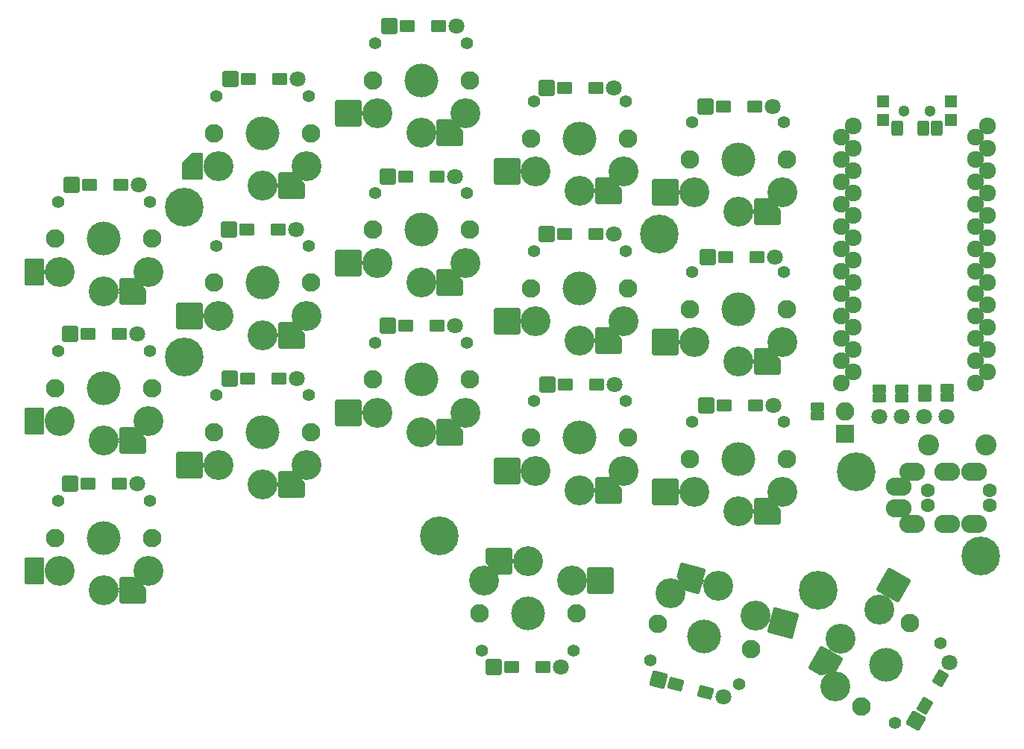
<source format=gbs>
G04 #@! TF.GenerationSoftware,KiCad,Pcbnew,(6.0.0)*
G04 #@! TF.CreationDate,2022-01-23T19:36:19+05:00*
G04 #@! TF.ProjectId,chocofi,63686f63-6f66-4692-9e6b-696361645f70,2.1*
G04 #@! TF.SameCoordinates,Original*
G04 #@! TF.FileFunction,Soldermask,Bot*
G04 #@! TF.FilePolarity,Negative*
%FSLAX46Y46*%
G04 Gerber Fmt 4.6, Leading zero omitted, Abs format (unit mm)*
G04 Created by KiCad (PCBNEW (6.0.0)) date 2022-01-23 19:36:19*
%MOMM*%
%LPD*%
G01*
G04 APERTURE LIST*
G04 Aperture macros list*
%AMRoundRect*
0 Rectangle with rounded corners*
0 $1 Rounding radius*
0 $2 $3 $4 $5 $6 $7 $8 $9 X,Y pos of 4 corners*
0 Add a 4 corners polygon primitive as box body*
4,1,4,$2,$3,$4,$5,$6,$7,$8,$9,$2,$3,0*
0 Add four circle primitives for the rounded corners*
1,1,$1+$1,$2,$3*
1,1,$1+$1,$4,$5*
1,1,$1+$1,$6,$7*
1,1,$1+$1,$8,$9*
0 Add four rect primitives between the rounded corners*
20,1,$1+$1,$2,$3,$4,$5,0*
20,1,$1+$1,$4,$5,$6,$7,0*
20,1,$1+$1,$6,$7,$8,$9,0*
20,1,$1+$1,$8,$9,$2,$3,0*%
%AMFreePoly0*
4,1,22,0.216777,1.480194,0.271421,1.441421,1.441421,0.271421,1.488777,0.196056,1.500000,0.130000,1.500000,-1.300000,1.480194,-1.386777,1.424698,-1.456366,1.344504,-1.494986,1.300000,-1.500000,-1.300000,-1.500000,-1.386777,-1.480194,-1.456366,-1.424698,-1.494986,-1.344504,-1.500000,-1.300000,-1.500000,1.300000,-1.480194,1.386777,-1.424698,1.456366,-1.344504,1.494986,-1.300000,1.500000,
0.130000,1.500000,0.216777,1.480194,0.216777,1.480194,$1*%
%AMFreePoly1*
4,1,22,1.111777,1.480194,1.181366,1.424698,1.219986,1.344504,1.225000,1.300000,1.225000,-1.300000,1.205194,-1.386777,1.149698,-1.456366,1.069504,-1.494986,1.025000,-1.500000,-1.025000,-1.500000,-1.111777,-1.480194,-1.181366,-1.424698,-1.219986,-1.344504,-1.225000,-1.300000,-1.225000,0.275000,-1.205194,0.361777,-1.166421,0.416421,-0.141421,1.441421,-0.066056,1.488777,0.000000,1.500000,
1.025000,1.500000,1.111777,1.480194,1.111777,1.480194,$1*%
G04 Aperture macros list end*
%ADD10O,2.100000X2.100000*%
%ADD11RoundRect,0.200000X0.850000X0.850000X-0.850000X0.850000X-0.850000X-0.850000X0.850000X-0.850000X0*%
%ADD12RoundRect,0.200000X-0.571500X0.317500X-0.571500X-0.317500X0.571500X-0.317500X0.571500X0.317500X0*%
%ADD13RoundRect,0.200000X-0.450000X-0.650000X0.450000X-0.650000X0.450000X0.650000X-0.450000X0.650000X0*%
%ADD14RoundRect,0.200000X-0.500000X-0.500000X0.500000X-0.500000X0.500000X0.500000X-0.500000X0.500000X0*%
%ADD15C,1.300000*%
%ADD16RoundRect,0.200000X-0.698500X-0.698500X0.698500X-0.698500X0.698500X0.698500X-0.698500X0.698500X0*%
%ADD17RoundRect,0.200000X-0.650000X-0.475000X0.650000X-0.475000X0.650000X0.475000X-0.650000X0.475000X0*%
%ADD18C,1.797000*%
%ADD19RoundRect,0.200000X-0.750791X-0.290582X0.504913X-0.627047X0.750791X0.290582X-0.504913X0.627047X0*%
%ADD20RoundRect,0.200000X-0.855484X-0.493914X0.493914X-0.855484X0.855484X0.493914X-0.493914X0.855484X0*%
%ADD21RoundRect,0.200000X0.255669X-0.954169X0.954169X0.255669X-0.255669X0.954169X-0.954169X-0.255669X0*%
%ADD22RoundRect,0.200000X0.086362X-0.800417X0.736362X0.325417X-0.086362X0.800417X-0.736362X-0.325417X0*%
%ADD23C,1.600000*%
%ADD24O,2.900000X2.100000*%
%ADD25C,2.101800*%
%ADD26C,3.829000*%
%ADD27C,3.400000*%
%ADD28C,1.390600*%
%ADD29FreePoly0,0.000000*%
%ADD30RoundRect,0.200000X-0.925000X-1.300000X0.925000X-1.300000X0.925000X1.300000X-0.925000X1.300000X0*%
%ADD31FreePoly1,0.000000*%
%ADD32RoundRect,0.200000X-1.300000X-1.300000X1.300000X-1.300000X1.300000X1.300000X-1.300000X1.300000X0*%
%ADD33RoundRect,0.200000X-0.937500X-1.300000X0.937500X-1.300000X0.937500X1.300000X-0.937500X1.300000X0*%
%ADD34FreePoly0,180.000000*%
%ADD35RoundRect,0.200000X1.300000X1.300000X-1.300000X1.300000X-1.300000X-1.300000X1.300000X-1.300000X0*%
%ADD36FreePoly0,165.000000*%
%ADD37RoundRect,0.200000X1.592168X0.919239X-0.919239X1.592168X-1.592168X-0.919239X0.919239X-1.592168X0*%
%ADD38FreePoly0,240.000000*%
%ADD39RoundRect,0.200000X-0.475833X1.775833X-1.775833X-0.475833X0.475833X-1.775833X1.775833X0.475833X0*%
%ADD40C,1.924000*%
%ADD41C,2.400000*%
%ADD42C,4.400000*%
G04 APERTURE END LIST*
D10*
X170053000Y-90043000D03*
D11*
X170053000Y-92583000D03*
D12*
X166878000Y-89542620D03*
X166878000Y-90543380D03*
D13*
X175931000Y-57880000D03*
X178931000Y-57880000D03*
X180431000Y-57880000D03*
D14*
X182031000Y-56930000D03*
X182031000Y-54830000D03*
X174331000Y-54830000D03*
X174331000Y-56930000D03*
D15*
X176681000Y-55880000D03*
X179681000Y-55880000D03*
D16*
X82194400Y-64312800D03*
D17*
X84229400Y-64312800D03*
X87779400Y-64312800D03*
D18*
X89814400Y-64312800D03*
D16*
X100279200Y-52273200D03*
D17*
X102314200Y-52273200D03*
D18*
X107899200Y-52273200D03*
D17*
X105864200Y-52273200D03*
D16*
X118262400Y-46228000D03*
D17*
X120297400Y-46228000D03*
D18*
X125882400Y-46228000D03*
D17*
X123847400Y-46228000D03*
X138229800Y-53289200D03*
D16*
X136194800Y-53289200D03*
D17*
X141779800Y-53289200D03*
D18*
X143814800Y-53289200D03*
D16*
X154178000Y-55422800D03*
D17*
X156213000Y-55422800D03*
X159763000Y-55422800D03*
D18*
X161798000Y-55422800D03*
D16*
X82092800Y-81229200D03*
D17*
X84127800Y-81229200D03*
D18*
X89712800Y-81229200D03*
D17*
X87677800Y-81229200D03*
D16*
X100076000Y-69342000D03*
D17*
X102111000Y-69342000D03*
D18*
X107696000Y-69342000D03*
D17*
X105661000Y-69342000D03*
X120195800Y-63347600D03*
D16*
X118160800Y-63347600D03*
D17*
X123745800Y-63347600D03*
D18*
X125780800Y-63347600D03*
D17*
X138179000Y-69900800D03*
D16*
X136144000Y-69900800D03*
D18*
X143764000Y-69900800D03*
D17*
X141729000Y-69900800D03*
X156517800Y-72491600D03*
D16*
X154482800Y-72491600D03*
D17*
X160067800Y-72491600D03*
D18*
X162102800Y-72491600D03*
D16*
X82092800Y-98247200D03*
D17*
X84127800Y-98247200D03*
D18*
X89712800Y-98247200D03*
D17*
X87677800Y-98247200D03*
D16*
X100177600Y-86309200D03*
D17*
X102212600Y-86309200D03*
D18*
X107797600Y-86309200D03*
D17*
X105762600Y-86309200D03*
D16*
X118160800Y-80314800D03*
D17*
X120195800Y-80314800D03*
X123745800Y-80314800D03*
D18*
X125780800Y-80314800D03*
D16*
X136245600Y-86969600D03*
D17*
X138280600Y-86969600D03*
D18*
X143865600Y-86969600D03*
D17*
X141830600Y-86969600D03*
X156314600Y-89357200D03*
D16*
X154279600Y-89357200D03*
D17*
X159864600Y-89357200D03*
D18*
X161899600Y-89357200D03*
D17*
X132184600Y-119075200D03*
D16*
X130149600Y-119075200D03*
D17*
X135734600Y-119075200D03*
D18*
X137769600Y-119075200D03*
D19*
X150799764Y-121001192D03*
D20*
X148834105Y-120474495D03*
D18*
X156194459Y-122446697D03*
D19*
X154228800Y-121920000D03*
D21*
X178053166Y-125194992D03*
D22*
X179070666Y-123432630D03*
X180845666Y-120358240D03*
D18*
X181863166Y-118595878D03*
D23*
X186460000Y-98961000D03*
X179460000Y-98961000D03*
X186460000Y-100711000D03*
X179460000Y-100711000D03*
D24*
X176160000Y-101061000D03*
X176160000Y-98611000D03*
X184660000Y-102811000D03*
X184660000Y-96861000D03*
X181660000Y-96861000D03*
X181660000Y-102811000D03*
X177660000Y-96861000D03*
X177660000Y-102811000D03*
D25*
X91410000Y-70400000D03*
D26*
X85910000Y-70400000D03*
D27*
X80910000Y-74150000D03*
D28*
X91130000Y-66200000D03*
D27*
X85910000Y-76350000D03*
D28*
X80690000Y-66200000D03*
D25*
X80410000Y-70400000D03*
D27*
X90910000Y-74150000D03*
D29*
X89185000Y-76350000D03*
D30*
X78010000Y-74150000D03*
D28*
X98690000Y-54200000D03*
D25*
X109410000Y-58400000D03*
D27*
X103910000Y-64350000D03*
D28*
X109130000Y-54200000D03*
D27*
X98910000Y-62150000D03*
D26*
X103910000Y-58400000D03*
D27*
X108910000Y-62150000D03*
D25*
X98410000Y-58400000D03*
D29*
X107185000Y-64350000D03*
D31*
X95960000Y-62150000D03*
D26*
X121910000Y-52400000D03*
D25*
X116410000Y-52400000D03*
D28*
X127130000Y-48200000D03*
D27*
X121910000Y-58350000D03*
X116910000Y-56150000D03*
D28*
X116690000Y-48200000D03*
D25*
X127410000Y-52400000D03*
D27*
X126910000Y-56150000D03*
D29*
X125185000Y-58350000D03*
D32*
X113635000Y-56150000D03*
D25*
X145410000Y-59020000D03*
D27*
X134910000Y-62770000D03*
X139910000Y-64970000D03*
D28*
X134690000Y-54820000D03*
D26*
X139910000Y-59020000D03*
D28*
X145130000Y-54820000D03*
D25*
X134410000Y-59020000D03*
D27*
X144910000Y-62770000D03*
D29*
X143185000Y-64970000D03*
D32*
X131635000Y-62770000D03*
D27*
X152910000Y-65150000D03*
X157910000Y-67350000D03*
D28*
X152690000Y-57200000D03*
D26*
X157910000Y-61400000D03*
D25*
X152410000Y-61400000D03*
X163410000Y-61400000D03*
D27*
X162910000Y-65150000D03*
D28*
X163130000Y-57200000D03*
D29*
X161185000Y-67350000D03*
D32*
X149635000Y-65150000D03*
D27*
X90910000Y-91150000D03*
D25*
X91410000Y-87400000D03*
X80410000Y-87400000D03*
D27*
X80910000Y-91150000D03*
D28*
X80690000Y-83200000D03*
D27*
X85910000Y-93350000D03*
D28*
X91130000Y-83200000D03*
D26*
X85910000Y-87400000D03*
D29*
X89185000Y-93350000D03*
D33*
X78010000Y-91150000D03*
D25*
X98410000Y-75400000D03*
D28*
X109130000Y-71200000D03*
D26*
X103910000Y-75400000D03*
D25*
X109410000Y-75400000D03*
D27*
X108910000Y-79150000D03*
X98910000Y-79150000D03*
X103910000Y-81350000D03*
D28*
X98690000Y-71200000D03*
D29*
X107185000Y-81350000D03*
D32*
X95635000Y-79150000D03*
D27*
X121910000Y-75350000D03*
D25*
X116410000Y-69400000D03*
D28*
X127130000Y-65200000D03*
D25*
X127410000Y-69400000D03*
D28*
X116690000Y-65200000D03*
D26*
X121910000Y-69400000D03*
D27*
X116910000Y-73150000D03*
X126910000Y-73150000D03*
D29*
X125185000Y-75350000D03*
D32*
X113635000Y-73150000D03*
D27*
X134910000Y-79770000D03*
D28*
X134690000Y-71820000D03*
D27*
X144910000Y-79770000D03*
X139910000Y-81970000D03*
D25*
X134410000Y-76020000D03*
D26*
X139910000Y-76020000D03*
D25*
X145410000Y-76020000D03*
D28*
X145130000Y-71820000D03*
D29*
X143185000Y-81970000D03*
D32*
X131635000Y-79770000D03*
D25*
X163410000Y-78400000D03*
D27*
X162910000Y-82150000D03*
D25*
X152410000Y-78400000D03*
D28*
X152690000Y-74200000D03*
X163130000Y-74200000D03*
D27*
X157910000Y-84350000D03*
D26*
X157910000Y-78400000D03*
D27*
X152910000Y-82150000D03*
D29*
X161185000Y-84350000D03*
D32*
X149635000Y-82150000D03*
D28*
X91130000Y-100200000D03*
X80690000Y-100200000D03*
D27*
X90910000Y-108150000D03*
D25*
X91410000Y-104400000D03*
X80410000Y-104400000D03*
D26*
X85910000Y-104400000D03*
D27*
X80910000Y-108150000D03*
X85910000Y-110350000D03*
D29*
X89185000Y-110350000D03*
D33*
X78010000Y-108150000D03*
D27*
X103910000Y-98350000D03*
X98910000Y-96150000D03*
D28*
X98690000Y-88200000D03*
D25*
X109410000Y-92400000D03*
D27*
X108910000Y-96150000D03*
D25*
X98410000Y-92400000D03*
D28*
X109130000Y-88200000D03*
D26*
X103910000Y-92400000D03*
D29*
X107185000Y-98350000D03*
D32*
X95635000Y-96150000D03*
D26*
X121910000Y-86400000D03*
D27*
X116910000Y-90150000D03*
D28*
X116690000Y-82200000D03*
D27*
X126910000Y-90150000D03*
D25*
X127410000Y-86400000D03*
D28*
X127130000Y-82200000D03*
D25*
X116410000Y-86400000D03*
D27*
X121910000Y-92350000D03*
D29*
X125185000Y-92350000D03*
D32*
X113635000Y-90150000D03*
D28*
X145130000Y-88825000D03*
X134690000Y-88825000D03*
D25*
X134410000Y-93025000D03*
D27*
X139910000Y-98975000D03*
D25*
X145410000Y-93025000D03*
D27*
X134910000Y-96775000D03*
D26*
X139910000Y-93025000D03*
D27*
X144910000Y-96775000D03*
D29*
X143185000Y-98975000D03*
D32*
X131635000Y-96775000D03*
D27*
X157910000Y-101350000D03*
D26*
X157910000Y-95400000D03*
D25*
X163410000Y-95400000D03*
D27*
X152910000Y-99150000D03*
D28*
X152690000Y-91200000D03*
D27*
X162910000Y-99150000D03*
D25*
X152410000Y-95400000D03*
D28*
X163130000Y-91200000D03*
D29*
X161185000Y-101350000D03*
D32*
X149635000Y-99150000D03*
D28*
X139230000Y-117190000D03*
D27*
X134010000Y-107040000D03*
D25*
X128510000Y-112990000D03*
D27*
X139010000Y-109240000D03*
D26*
X134010000Y-112990000D03*
D25*
X139510000Y-112990000D03*
D27*
X129010000Y-109240000D03*
D28*
X128790000Y-117190000D03*
D34*
X130735000Y-107040000D03*
D35*
X142285000Y-109240000D03*
D28*
X158015093Y-120987924D03*
D27*
X155599973Y-109832741D03*
X150200942Y-110663683D03*
D26*
X154060000Y-115580000D03*
D27*
X159860201Y-113251873D03*
D25*
X148747408Y-114156495D03*
D28*
X147930827Y-118285853D03*
D25*
X159372592Y-117003505D03*
D36*
X152436566Y-108985109D03*
D37*
X163023608Y-114099506D03*
D27*
X173912405Y-112584873D03*
X169507149Y-115815000D03*
D28*
X180907307Y-116369347D03*
D25*
X171910000Y-123553140D03*
X177410000Y-114026860D03*
D27*
X168912405Y-121245127D03*
D26*
X174660000Y-118790000D03*
D28*
X175687307Y-125410653D03*
D38*
X167869649Y-118651233D03*
D39*
X175549905Y-109748640D03*
D40*
X169620000Y-58870400D03*
X186166400Y-57600400D03*
X186166400Y-60140400D03*
X169620000Y-61410400D03*
X186166400Y-62680400D03*
X169620000Y-63950400D03*
X186166400Y-65220400D03*
X169620000Y-66490400D03*
X169620000Y-69030400D03*
X186166400Y-67760400D03*
X169620000Y-71570400D03*
X186166400Y-70300400D03*
X169620000Y-74110400D03*
X186166400Y-72840400D03*
X169620000Y-76650400D03*
X186166400Y-75380400D03*
X186166400Y-77920400D03*
X169620000Y-79190400D03*
X186166400Y-80460400D03*
X169620000Y-81730400D03*
X186166400Y-83000400D03*
X169620000Y-84270400D03*
X186166400Y-85540400D03*
X169620000Y-86810400D03*
X170946400Y-85540400D03*
X184860000Y-86810400D03*
X170946400Y-83000400D03*
X184860000Y-84270400D03*
X184860000Y-81730400D03*
X170946400Y-80460400D03*
X184860000Y-79190400D03*
X170946400Y-77920400D03*
X184860000Y-76650400D03*
X170946400Y-75380400D03*
X184860000Y-74110400D03*
X170946400Y-72840400D03*
X184860000Y-71570400D03*
X170946400Y-70300400D03*
X170946400Y-67760400D03*
X184860000Y-69030400D03*
X184860000Y-66490400D03*
X170946400Y-65220400D03*
X184860000Y-63950400D03*
X170946400Y-62680400D03*
X170946400Y-60140400D03*
X184860000Y-61410400D03*
X184860000Y-58870400D03*
X170946400Y-57600400D03*
D18*
X173930000Y-90608400D03*
X176470000Y-90608400D03*
X179010000Y-90608400D03*
X181550000Y-90608400D03*
D41*
X186003000Y-93853000D03*
X179503000Y-93853000D03*
D42*
X171323000Y-96901000D03*
X185420000Y-106426000D03*
X95000000Y-66802000D03*
X148971000Y-69850000D03*
X123952000Y-104140000D03*
X167005000Y-110363000D03*
X95000000Y-83820000D03*
D12*
X176480000Y-87478020D03*
X176480000Y-88478780D03*
X173930000Y-87507620D03*
X173930000Y-88508380D03*
X181640000Y-87428020D03*
X181640000Y-88428780D03*
X179060000Y-87448020D03*
X179060000Y-88448780D03*
G36*
X168378170Y-117210467D02*
G01*
X168414894Y-117215302D01*
X168443939Y-117193014D01*
X168448726Y-117156655D01*
X168430662Y-117130248D01*
X168430510Y-117128254D01*
X168432160Y-117127125D01*
X168433496Y-117127506D01*
X168607351Y-117254983D01*
X168830077Y-117372164D01*
X168895712Y-117395084D01*
X168897018Y-117396599D01*
X168896359Y-117398487D01*
X168895166Y-117398969D01*
X168858145Y-117401071D01*
X168833768Y-117428385D01*
X168835849Y-117465044D01*
X168855190Y-117485874D01*
X169742215Y-117997998D01*
X169742464Y-117998168D01*
X169742469Y-117998172D01*
X169743197Y-118000035D01*
X169741948Y-118001597D01*
X169740220Y-118001466D01*
X167966385Y-116977342D01*
X167965385Y-116975610D01*
X167966385Y-116973878D01*
X167968385Y-116973878D01*
X168378170Y-117210467D01*
G37*
G36*
X161650661Y-113431722D02*
G01*
X161651179Y-113433654D01*
X161508033Y-113967883D01*
X161506619Y-113969297D01*
X161504687Y-113968779D01*
X161504118Y-113967626D01*
X161499231Y-113930507D01*
X161470186Y-113908220D01*
X161433796Y-113913011D01*
X161414002Y-113934898D01*
X161412099Y-113935511D01*
X161410616Y-113934170D01*
X161410695Y-113932735D01*
X161455794Y-113832620D01*
X161524108Y-113590397D01*
X161543918Y-113434673D01*
X161545129Y-113433081D01*
X161547113Y-113433333D01*
X161547832Y-113434399D01*
X161557585Y-113470174D01*
X161589369Y-113488339D01*
X161624767Y-113478689D01*
X161641855Y-113452995D01*
X161647315Y-113432618D01*
X161648729Y-113431204D01*
X161650661Y-113431722D01*
G37*
G36*
X173679334Y-110398407D02*
G01*
X175474139Y-111434638D01*
X175475139Y-111436370D01*
X175474139Y-111438102D01*
X175472139Y-111438102D01*
X175049031Y-111193821D01*
X175012307Y-111188986D01*
X174983262Y-111211274D01*
X174978466Y-111247702D01*
X174991888Y-111270150D01*
X174991918Y-111272149D01*
X174990202Y-111273176D01*
X174988801Y-111272633D01*
X174980987Y-111265283D01*
X174774206Y-111121833D01*
X174548484Y-111010519D01*
X174516709Y-111000348D01*
X174515365Y-110998867D01*
X174515974Y-110996963D01*
X174517153Y-110996450D01*
X174554105Y-110993380D01*
X174577760Y-110965438D01*
X174574718Y-110928831D01*
X174555952Y-110909142D01*
X173677339Y-110401875D01*
X173677090Y-110401705D01*
X173677085Y-110401701D01*
X173676357Y-110399838D01*
X173677606Y-110398276D01*
X173679334Y-110398407D01*
G37*
G36*
X87686442Y-110064424D02*
G01*
X87687000Y-110065810D01*
X87687000Y-110619229D01*
X87686000Y-110620961D01*
X87684000Y-110620961D01*
X87683152Y-110619994D01*
X87668826Y-110585407D01*
X87635002Y-110571397D01*
X87601111Y-110585435D01*
X87587385Y-110613422D01*
X87585724Y-110614536D01*
X87583928Y-110613656D01*
X87583605Y-110612289D01*
X87605674Y-110438816D01*
X87607998Y-110350056D01*
X87589343Y-110099019D01*
X87584492Y-110077580D01*
X87585085Y-110075670D01*
X87587036Y-110075229D01*
X87588076Y-110075985D01*
X87609476Y-110106265D01*
X87645559Y-110112465D01*
X87675561Y-110091261D01*
X87683079Y-110065255D01*
X87684520Y-110063868D01*
X87686442Y-110064424D01*
G37*
G36*
X153955852Y-109114474D02*
G01*
X153956421Y-109115627D01*
X153961308Y-109152746D01*
X153990353Y-109175033D01*
X154026728Y-109170244D01*
X154047057Y-109147165D01*
X154048952Y-109146526D01*
X154050453Y-109147848D01*
X154050402Y-109149260D01*
X153989724Y-109293959D01*
X153927775Y-109537884D01*
X153916764Y-109647237D01*
X153915595Y-109648861D01*
X153913605Y-109648660D01*
X153912859Y-109647613D01*
X153902173Y-109612104D01*
X153869921Y-109594776D01*
X153834776Y-109605353D01*
X153818516Y-109630513D01*
X153816736Y-109631424D01*
X153815056Y-109630339D01*
X153814904Y-109628909D01*
X153952506Y-109115370D01*
X153953920Y-109113956D01*
X153955852Y-109114474D01*
G37*
G36*
X140786442Y-108954424D02*
G01*
X140787000Y-108955810D01*
X140787000Y-109509229D01*
X140786000Y-109510961D01*
X140784000Y-109510961D01*
X140783152Y-109509994D01*
X140768826Y-109475407D01*
X140735002Y-109461397D01*
X140701111Y-109475435D01*
X140687385Y-109503422D01*
X140685724Y-109504536D01*
X140683928Y-109503656D01*
X140683605Y-109502289D01*
X140705674Y-109328816D01*
X140707998Y-109240056D01*
X140689343Y-108989019D01*
X140684492Y-108967580D01*
X140685085Y-108965670D01*
X140687036Y-108965229D01*
X140688076Y-108965985D01*
X140709476Y-108996265D01*
X140745559Y-109002465D01*
X140775561Y-108981261D01*
X140783079Y-108955255D01*
X140784520Y-108953868D01*
X140786442Y-108954424D01*
G37*
G36*
X79149348Y-107802390D02*
G01*
X79163674Y-107836977D01*
X79197498Y-107850987D01*
X79231453Y-107836923D01*
X79243964Y-107814922D01*
X79245690Y-107813911D01*
X79247428Y-107814900D01*
X79247641Y-107816403D01*
X79237802Y-107855143D01*
X79212588Y-108105550D01*
X79224663Y-108356933D01*
X79248300Y-108475765D01*
X79247657Y-108477659D01*
X79245695Y-108478049D01*
X79244675Y-108477266D01*
X79224075Y-108446434D01*
X79188167Y-108439292D01*
X79157632Y-108459694D01*
X79149414Y-108486788D01*
X79147954Y-108488155D01*
X79146040Y-108487574D01*
X79145500Y-108486207D01*
X79145500Y-107803155D01*
X79146500Y-107801423D01*
X79148500Y-107801423D01*
X79149348Y-107802390D01*
G37*
G36*
X132236848Y-106751130D02*
G01*
X132251174Y-106785717D01*
X132284998Y-106799727D01*
X132318876Y-106785695D01*
X132332764Y-106756412D01*
X132334410Y-106755276D01*
X132336217Y-106756133D01*
X132336561Y-106757469D01*
X132312588Y-106995550D01*
X132324663Y-107246933D01*
X132335800Y-107302923D01*
X132335157Y-107304817D01*
X132333195Y-107305207D01*
X132332175Y-107304424D01*
X132311575Y-107273592D01*
X132275667Y-107266450D01*
X132245132Y-107286852D01*
X132236914Y-107313946D01*
X132235454Y-107315313D01*
X132233540Y-107314732D01*
X132233000Y-107313365D01*
X132233000Y-106751895D01*
X132234000Y-106750163D01*
X132236000Y-106750163D01*
X132236848Y-106751130D01*
G37*
G36*
X159686442Y-101064424D02*
G01*
X159687000Y-101065810D01*
X159687000Y-101619229D01*
X159686000Y-101620961D01*
X159684000Y-101620961D01*
X159683152Y-101619994D01*
X159668826Y-101585407D01*
X159635002Y-101571397D01*
X159601111Y-101585435D01*
X159587385Y-101613422D01*
X159585724Y-101614536D01*
X159583928Y-101613656D01*
X159583605Y-101612289D01*
X159605674Y-101438816D01*
X159607998Y-101350056D01*
X159589343Y-101099019D01*
X159584492Y-101077580D01*
X159585085Y-101075670D01*
X159587036Y-101075229D01*
X159588076Y-101075985D01*
X159609476Y-101106265D01*
X159645559Y-101112465D01*
X159675561Y-101091261D01*
X159683079Y-101065255D01*
X159684520Y-101063868D01*
X159686442Y-101064424D01*
G37*
G36*
X151136848Y-98861130D02*
G01*
X151151174Y-98895717D01*
X151184998Y-98909727D01*
X151218876Y-98895695D01*
X151232764Y-98866412D01*
X151234410Y-98865276D01*
X151236217Y-98866133D01*
X151236561Y-98867469D01*
X151212588Y-99105550D01*
X151224663Y-99356933D01*
X151235800Y-99412923D01*
X151235157Y-99414817D01*
X151233195Y-99415207D01*
X151232175Y-99414424D01*
X151211575Y-99383592D01*
X151175667Y-99376450D01*
X151145132Y-99396852D01*
X151136914Y-99423946D01*
X151135454Y-99425313D01*
X151133540Y-99424732D01*
X151133000Y-99423365D01*
X151133000Y-98861895D01*
X151134000Y-98860163D01*
X151136000Y-98860163D01*
X151136848Y-98861130D01*
G37*
G36*
X141686442Y-98689424D02*
G01*
X141687000Y-98690810D01*
X141687000Y-99244229D01*
X141686000Y-99245961D01*
X141684000Y-99245961D01*
X141683152Y-99244994D01*
X141668826Y-99210407D01*
X141635002Y-99196397D01*
X141601111Y-99210435D01*
X141587385Y-99238422D01*
X141585724Y-99239536D01*
X141583928Y-99238656D01*
X141583605Y-99237289D01*
X141605674Y-99063816D01*
X141607998Y-98975056D01*
X141589343Y-98724019D01*
X141584492Y-98702580D01*
X141585085Y-98700670D01*
X141587036Y-98700229D01*
X141588076Y-98700985D01*
X141609476Y-98731265D01*
X141645559Y-98737465D01*
X141675561Y-98716261D01*
X141683079Y-98690255D01*
X141684520Y-98688868D01*
X141686442Y-98689424D01*
G37*
G36*
X105686442Y-98064424D02*
G01*
X105687000Y-98065810D01*
X105687000Y-98619229D01*
X105686000Y-98620961D01*
X105684000Y-98620961D01*
X105683152Y-98619994D01*
X105668826Y-98585407D01*
X105635002Y-98571397D01*
X105601111Y-98585435D01*
X105587385Y-98613422D01*
X105585724Y-98614536D01*
X105583928Y-98613656D01*
X105583605Y-98612289D01*
X105605674Y-98438816D01*
X105607998Y-98350056D01*
X105589343Y-98099019D01*
X105584492Y-98077580D01*
X105585085Y-98075670D01*
X105587036Y-98075229D01*
X105588076Y-98075985D01*
X105609476Y-98106265D01*
X105645559Y-98112465D01*
X105675561Y-98091261D01*
X105683079Y-98065255D01*
X105684520Y-98063868D01*
X105686442Y-98064424D01*
G37*
G36*
X133136848Y-96486130D02*
G01*
X133151174Y-96520717D01*
X133184998Y-96534727D01*
X133218876Y-96520695D01*
X133232764Y-96491412D01*
X133234410Y-96490276D01*
X133236217Y-96491133D01*
X133236561Y-96492469D01*
X133212588Y-96730550D01*
X133224663Y-96981933D01*
X133235800Y-97037923D01*
X133235157Y-97039817D01*
X133233195Y-97040207D01*
X133232175Y-97039424D01*
X133211575Y-97008592D01*
X133175667Y-97001450D01*
X133145132Y-97021852D01*
X133136914Y-97048946D01*
X133135454Y-97050313D01*
X133133540Y-97049732D01*
X133133000Y-97048365D01*
X133133000Y-96486895D01*
X133134000Y-96485163D01*
X133136000Y-96485163D01*
X133136848Y-96486130D01*
G37*
G36*
X97136848Y-95861130D02*
G01*
X97151174Y-95895717D01*
X97184998Y-95909727D01*
X97218876Y-95895695D01*
X97232764Y-95866412D01*
X97234410Y-95865276D01*
X97236217Y-95866133D01*
X97236561Y-95867469D01*
X97212588Y-96105550D01*
X97224663Y-96356933D01*
X97235800Y-96412923D01*
X97235157Y-96414817D01*
X97233195Y-96415207D01*
X97232175Y-96414424D01*
X97211575Y-96383592D01*
X97175667Y-96376450D01*
X97145132Y-96396852D01*
X97136914Y-96423946D01*
X97135454Y-96425313D01*
X97133540Y-96424732D01*
X97133000Y-96423365D01*
X97133000Y-95861895D01*
X97134000Y-95860163D01*
X97136000Y-95860163D01*
X97136848Y-95861130D01*
G37*
G36*
X87686442Y-93064424D02*
G01*
X87687000Y-93065810D01*
X87687000Y-93619229D01*
X87686000Y-93620961D01*
X87684000Y-93620961D01*
X87683152Y-93619994D01*
X87668826Y-93585407D01*
X87635002Y-93571397D01*
X87601111Y-93585435D01*
X87587385Y-93613422D01*
X87585724Y-93614536D01*
X87583928Y-93613656D01*
X87583605Y-93612289D01*
X87605674Y-93438816D01*
X87607998Y-93350056D01*
X87589343Y-93099019D01*
X87584492Y-93077580D01*
X87585085Y-93075670D01*
X87587036Y-93075229D01*
X87588076Y-93075985D01*
X87609476Y-93106265D01*
X87645559Y-93112465D01*
X87675561Y-93091261D01*
X87683079Y-93065255D01*
X87684520Y-93063868D01*
X87686442Y-93064424D01*
G37*
G36*
X123686442Y-92064424D02*
G01*
X123687000Y-92065810D01*
X123687000Y-92619229D01*
X123686000Y-92620961D01*
X123684000Y-92620961D01*
X123683152Y-92619994D01*
X123668826Y-92585407D01*
X123635002Y-92571397D01*
X123601111Y-92585435D01*
X123587385Y-92613422D01*
X123585724Y-92614536D01*
X123583928Y-92613656D01*
X123583605Y-92612289D01*
X123605674Y-92438816D01*
X123607998Y-92350056D01*
X123589343Y-92099019D01*
X123584492Y-92077580D01*
X123585085Y-92075670D01*
X123587036Y-92075229D01*
X123588076Y-92075985D01*
X123609476Y-92106265D01*
X123645559Y-92112465D01*
X123675561Y-92091261D01*
X123683079Y-92065255D01*
X123684520Y-92063868D01*
X123686442Y-92064424D01*
G37*
G36*
X79149348Y-90802390D02*
G01*
X79163674Y-90836977D01*
X79197498Y-90850987D01*
X79231453Y-90836923D01*
X79243964Y-90814922D01*
X79245690Y-90813911D01*
X79247428Y-90814900D01*
X79247641Y-90816403D01*
X79237802Y-90855143D01*
X79212588Y-91105550D01*
X79224663Y-91356933D01*
X79248300Y-91475765D01*
X79247657Y-91477659D01*
X79245695Y-91478049D01*
X79244675Y-91477266D01*
X79224075Y-91446434D01*
X79188167Y-91439292D01*
X79157632Y-91459694D01*
X79149414Y-91486788D01*
X79147954Y-91488155D01*
X79146040Y-91487574D01*
X79145500Y-91486207D01*
X79145500Y-90803155D01*
X79146500Y-90801423D01*
X79148500Y-90801423D01*
X79149348Y-90802390D01*
G37*
G36*
X115136848Y-89861130D02*
G01*
X115151174Y-89895717D01*
X115184998Y-89909727D01*
X115218876Y-89895695D01*
X115232764Y-89866412D01*
X115234410Y-89865276D01*
X115236217Y-89866133D01*
X115236561Y-89867469D01*
X115212588Y-90105550D01*
X115224663Y-90356933D01*
X115235800Y-90412923D01*
X115235157Y-90414817D01*
X115233195Y-90415207D01*
X115232175Y-90414424D01*
X115211575Y-90383592D01*
X115175667Y-90376450D01*
X115145132Y-90396852D01*
X115136914Y-90423946D01*
X115135454Y-90425313D01*
X115133540Y-90424732D01*
X115133000Y-90423365D01*
X115133000Y-89861895D01*
X115134000Y-89860163D01*
X115136000Y-89860163D01*
X115136848Y-89861130D01*
G37*
G36*
X159686442Y-84064424D02*
G01*
X159687000Y-84065810D01*
X159687000Y-84619229D01*
X159686000Y-84620961D01*
X159684000Y-84620961D01*
X159683152Y-84619994D01*
X159668826Y-84585407D01*
X159635002Y-84571397D01*
X159601111Y-84585435D01*
X159587385Y-84613422D01*
X159585724Y-84614536D01*
X159583928Y-84613656D01*
X159583605Y-84612289D01*
X159605674Y-84438816D01*
X159607998Y-84350056D01*
X159589343Y-84099019D01*
X159584492Y-84077580D01*
X159585085Y-84075670D01*
X159587036Y-84075229D01*
X159588076Y-84075985D01*
X159609476Y-84106265D01*
X159645559Y-84112465D01*
X159675561Y-84091261D01*
X159683079Y-84065255D01*
X159684520Y-84063868D01*
X159686442Y-84064424D01*
G37*
G36*
X151136848Y-81861130D02*
G01*
X151151174Y-81895717D01*
X151184998Y-81909727D01*
X151218876Y-81895695D01*
X151232764Y-81866412D01*
X151234410Y-81865276D01*
X151236217Y-81866133D01*
X151236561Y-81867469D01*
X151212588Y-82105550D01*
X151224663Y-82356933D01*
X151235800Y-82412923D01*
X151235157Y-82414817D01*
X151233195Y-82415207D01*
X151232175Y-82414424D01*
X151211575Y-82383592D01*
X151175667Y-82376450D01*
X151145132Y-82396852D01*
X151136914Y-82423946D01*
X151135454Y-82425313D01*
X151133540Y-82424732D01*
X151133000Y-82423365D01*
X151133000Y-81861895D01*
X151134000Y-81860163D01*
X151136000Y-81860163D01*
X151136848Y-81861130D01*
G37*
G36*
X141686442Y-81684424D02*
G01*
X141687000Y-81685810D01*
X141687000Y-82239229D01*
X141686000Y-82240961D01*
X141684000Y-82240961D01*
X141683152Y-82239994D01*
X141668826Y-82205407D01*
X141635002Y-82191397D01*
X141601111Y-82205435D01*
X141587385Y-82233422D01*
X141585724Y-82234536D01*
X141583928Y-82233656D01*
X141583605Y-82232289D01*
X141605674Y-82058816D01*
X141607998Y-81970056D01*
X141589343Y-81719019D01*
X141584492Y-81697580D01*
X141585085Y-81695670D01*
X141587036Y-81695229D01*
X141588076Y-81695985D01*
X141609476Y-81726265D01*
X141645559Y-81732465D01*
X141675561Y-81711261D01*
X141683079Y-81685255D01*
X141684520Y-81683868D01*
X141686442Y-81684424D01*
G37*
G36*
X105686442Y-81064424D02*
G01*
X105687000Y-81065810D01*
X105687000Y-81619229D01*
X105686000Y-81620961D01*
X105684000Y-81620961D01*
X105683152Y-81619994D01*
X105668826Y-81585407D01*
X105635002Y-81571397D01*
X105601111Y-81585435D01*
X105587385Y-81613422D01*
X105585724Y-81614536D01*
X105583928Y-81613656D01*
X105583605Y-81612289D01*
X105605674Y-81438816D01*
X105607998Y-81350056D01*
X105589343Y-81099019D01*
X105584492Y-81077580D01*
X105585085Y-81075670D01*
X105587036Y-81075229D01*
X105588076Y-81075985D01*
X105609476Y-81106265D01*
X105645559Y-81112465D01*
X105675561Y-81091261D01*
X105683079Y-81065255D01*
X105684520Y-81063868D01*
X105686442Y-81064424D01*
G37*
G36*
X133136848Y-79481130D02*
G01*
X133151174Y-79515717D01*
X133184998Y-79529727D01*
X133218876Y-79515695D01*
X133232764Y-79486412D01*
X133234410Y-79485276D01*
X133236217Y-79486133D01*
X133236561Y-79487469D01*
X133212588Y-79725550D01*
X133224663Y-79976933D01*
X133235800Y-80032923D01*
X133235157Y-80034817D01*
X133233195Y-80035207D01*
X133232175Y-80034424D01*
X133211575Y-80003592D01*
X133175667Y-79996450D01*
X133145132Y-80016852D01*
X133136914Y-80043946D01*
X133135454Y-80045313D01*
X133133540Y-80044732D01*
X133133000Y-80043365D01*
X133133000Y-79481895D01*
X133134000Y-79480163D01*
X133136000Y-79480163D01*
X133136848Y-79481130D01*
G37*
G36*
X97136848Y-78861130D02*
G01*
X97151174Y-78895717D01*
X97184998Y-78909727D01*
X97218876Y-78895695D01*
X97232764Y-78866412D01*
X97234410Y-78865276D01*
X97236217Y-78866133D01*
X97236561Y-78867469D01*
X97212588Y-79105550D01*
X97224663Y-79356933D01*
X97235800Y-79412923D01*
X97235157Y-79414817D01*
X97233195Y-79415207D01*
X97232175Y-79414424D01*
X97211575Y-79383592D01*
X97175667Y-79376450D01*
X97145132Y-79396852D01*
X97136914Y-79423946D01*
X97135454Y-79425313D01*
X97133540Y-79424732D01*
X97133000Y-79423365D01*
X97133000Y-78861895D01*
X97134000Y-78860163D01*
X97136000Y-78860163D01*
X97136848Y-78861130D01*
G37*
G36*
X87686442Y-76064424D02*
G01*
X87687000Y-76065810D01*
X87687000Y-76619229D01*
X87686000Y-76620961D01*
X87684000Y-76620961D01*
X87683152Y-76619994D01*
X87668826Y-76585407D01*
X87635002Y-76571397D01*
X87601111Y-76585435D01*
X87587385Y-76613422D01*
X87585724Y-76614536D01*
X87583928Y-76613656D01*
X87583605Y-76612289D01*
X87605674Y-76438816D01*
X87607998Y-76350056D01*
X87589343Y-76099019D01*
X87584492Y-76077580D01*
X87585085Y-76075670D01*
X87587036Y-76075229D01*
X87588076Y-76075985D01*
X87609476Y-76106265D01*
X87645559Y-76112465D01*
X87675561Y-76091261D01*
X87683079Y-76065255D01*
X87684520Y-76063868D01*
X87686442Y-76064424D01*
G37*
G36*
X123686442Y-75064424D02*
G01*
X123687000Y-75065810D01*
X123687000Y-75619229D01*
X123686000Y-75620961D01*
X123684000Y-75620961D01*
X123683152Y-75619994D01*
X123668826Y-75585407D01*
X123635002Y-75571397D01*
X123601111Y-75585435D01*
X123587385Y-75613422D01*
X123585724Y-75614536D01*
X123583928Y-75613656D01*
X123583605Y-75612289D01*
X123605674Y-75438816D01*
X123607998Y-75350056D01*
X123589343Y-75099019D01*
X123584492Y-75077580D01*
X123585085Y-75075670D01*
X123587036Y-75075229D01*
X123588076Y-75075985D01*
X123609476Y-75106265D01*
X123645559Y-75112465D01*
X123675561Y-75091261D01*
X123683079Y-75065255D01*
X123684520Y-75063868D01*
X123686442Y-75064424D01*
G37*
G36*
X79136848Y-73861130D02*
G01*
X79151174Y-73895717D01*
X79184998Y-73909727D01*
X79218876Y-73895695D01*
X79232764Y-73866412D01*
X79234410Y-73865276D01*
X79236217Y-73866133D01*
X79236561Y-73867469D01*
X79212588Y-74105550D01*
X79224663Y-74356933D01*
X79235800Y-74412923D01*
X79235157Y-74414817D01*
X79233195Y-74415207D01*
X79232175Y-74414424D01*
X79211575Y-74383592D01*
X79175667Y-74376450D01*
X79145132Y-74396852D01*
X79136914Y-74423946D01*
X79135454Y-74425313D01*
X79133540Y-74424732D01*
X79133000Y-74423365D01*
X79133000Y-73861895D01*
X79134000Y-73860163D01*
X79136000Y-73860163D01*
X79136848Y-73861130D01*
G37*
G36*
X115136848Y-72861130D02*
G01*
X115151174Y-72895717D01*
X115184998Y-72909727D01*
X115218876Y-72895695D01*
X115232764Y-72866412D01*
X115234410Y-72865276D01*
X115236217Y-72866133D01*
X115236561Y-72867469D01*
X115212588Y-73105550D01*
X115224663Y-73356933D01*
X115235800Y-73412923D01*
X115235157Y-73414817D01*
X115233195Y-73415207D01*
X115232175Y-73414424D01*
X115211575Y-73383592D01*
X115175667Y-73376450D01*
X115145132Y-73396852D01*
X115136914Y-73423946D01*
X115135454Y-73425313D01*
X115133540Y-73424732D01*
X115133000Y-73423365D01*
X115133000Y-72861895D01*
X115134000Y-72860163D01*
X115136000Y-72860163D01*
X115136848Y-72861130D01*
G37*
G36*
X159686442Y-67064424D02*
G01*
X159687000Y-67065810D01*
X159687000Y-67619229D01*
X159686000Y-67620961D01*
X159684000Y-67620961D01*
X159683152Y-67619994D01*
X159668826Y-67585407D01*
X159635002Y-67571397D01*
X159601111Y-67585435D01*
X159587385Y-67613422D01*
X159585724Y-67614536D01*
X159583928Y-67613656D01*
X159583605Y-67612289D01*
X159605674Y-67438816D01*
X159607998Y-67350056D01*
X159589343Y-67099019D01*
X159584492Y-67077580D01*
X159585085Y-67075670D01*
X159587036Y-67075229D01*
X159588076Y-67075985D01*
X159609476Y-67106265D01*
X159645559Y-67112465D01*
X159675561Y-67091261D01*
X159683079Y-67065255D01*
X159684520Y-67063868D01*
X159686442Y-67064424D01*
G37*
G36*
X151136848Y-64861130D02*
G01*
X151151174Y-64895717D01*
X151184998Y-64909727D01*
X151218876Y-64895695D01*
X151232764Y-64866412D01*
X151234410Y-64865276D01*
X151236217Y-64866133D01*
X151236561Y-64867469D01*
X151212588Y-65105550D01*
X151224663Y-65356933D01*
X151235800Y-65412923D01*
X151235157Y-65414817D01*
X151233195Y-65415207D01*
X151232175Y-65414424D01*
X151211575Y-65383592D01*
X151175667Y-65376450D01*
X151145132Y-65396852D01*
X151136914Y-65423946D01*
X151135454Y-65425313D01*
X151133540Y-65424732D01*
X151133000Y-65423365D01*
X151133000Y-64861895D01*
X151134000Y-64860163D01*
X151136000Y-64860163D01*
X151136848Y-64861130D01*
G37*
G36*
X141686442Y-64684424D02*
G01*
X141687000Y-64685810D01*
X141687000Y-65239229D01*
X141686000Y-65240961D01*
X141684000Y-65240961D01*
X141683152Y-65239994D01*
X141668826Y-65205407D01*
X141635002Y-65191397D01*
X141601111Y-65205435D01*
X141587385Y-65233422D01*
X141585724Y-65234536D01*
X141583928Y-65233656D01*
X141583605Y-65232289D01*
X141605674Y-65058816D01*
X141607998Y-64970056D01*
X141589343Y-64719019D01*
X141584492Y-64697580D01*
X141585085Y-64695670D01*
X141587036Y-64695229D01*
X141588076Y-64695985D01*
X141609476Y-64726265D01*
X141645559Y-64732465D01*
X141675561Y-64711261D01*
X141683079Y-64685255D01*
X141684520Y-64683868D01*
X141686442Y-64684424D01*
G37*
G36*
X105686442Y-64064424D02*
G01*
X105687000Y-64065810D01*
X105687000Y-64619229D01*
X105686000Y-64620961D01*
X105684000Y-64620961D01*
X105683152Y-64619994D01*
X105668826Y-64585407D01*
X105635002Y-64571397D01*
X105601111Y-64585435D01*
X105587385Y-64613422D01*
X105585724Y-64614536D01*
X105583928Y-64613656D01*
X105583605Y-64612289D01*
X105605674Y-64438816D01*
X105607998Y-64350056D01*
X105589343Y-64099019D01*
X105584492Y-64077580D01*
X105585085Y-64075670D01*
X105587036Y-64075229D01*
X105588076Y-64075985D01*
X105609476Y-64106265D01*
X105645559Y-64112465D01*
X105675561Y-64091261D01*
X105683079Y-64065255D01*
X105684520Y-64063868D01*
X105686442Y-64064424D01*
G37*
G36*
X133136848Y-62481130D02*
G01*
X133151174Y-62515717D01*
X133184998Y-62529727D01*
X133218876Y-62515695D01*
X133232764Y-62486412D01*
X133234410Y-62485276D01*
X133236217Y-62486133D01*
X133236561Y-62487469D01*
X133212588Y-62725550D01*
X133224663Y-62976933D01*
X133235800Y-63032923D01*
X133235157Y-63034817D01*
X133233195Y-63035207D01*
X133232175Y-63034424D01*
X133211575Y-63003592D01*
X133175667Y-62996450D01*
X133145132Y-63016852D01*
X133136914Y-63043946D01*
X133135454Y-63045313D01*
X133133540Y-63044732D01*
X133133000Y-63043365D01*
X133133000Y-62481895D01*
X133134000Y-62480163D01*
X133136000Y-62480163D01*
X133136848Y-62481130D01*
G37*
G36*
X97186848Y-61654735D02*
G01*
X97201174Y-61689322D01*
X97234998Y-61703332D01*
X97268953Y-61689268D01*
X97281464Y-61667265D01*
X97283190Y-61666254D01*
X97284928Y-61667243D01*
X97285141Y-61668746D01*
X97237802Y-61855143D01*
X97212588Y-62105550D01*
X97224663Y-62356933D01*
X97273762Y-62603773D01*
X97283697Y-62631444D01*
X97283341Y-62633412D01*
X97281459Y-62634088D01*
X97280335Y-62633465D01*
X97255404Y-62606018D01*
X97218835Y-62604262D01*
X97191591Y-62629008D01*
X97186952Y-62649719D01*
X97185597Y-62651191D01*
X97183646Y-62650754D01*
X97183000Y-62649282D01*
X97183000Y-61655500D01*
X97184000Y-61653768D01*
X97186000Y-61653768D01*
X97186848Y-61654735D01*
G37*
G36*
X123686442Y-58064424D02*
G01*
X123687000Y-58065810D01*
X123687000Y-58619229D01*
X123686000Y-58620961D01*
X123684000Y-58620961D01*
X123683152Y-58619994D01*
X123668826Y-58585407D01*
X123635002Y-58571397D01*
X123601111Y-58585435D01*
X123587385Y-58613422D01*
X123585724Y-58614536D01*
X123583928Y-58613656D01*
X123583605Y-58612289D01*
X123605674Y-58438816D01*
X123607998Y-58350056D01*
X123589343Y-58099019D01*
X123584492Y-58077580D01*
X123585085Y-58075670D01*
X123587036Y-58075229D01*
X123588076Y-58075985D01*
X123609476Y-58106265D01*
X123645559Y-58112465D01*
X123675561Y-58091261D01*
X123683079Y-58065255D01*
X123684520Y-58063868D01*
X123686442Y-58064424D01*
G37*
G36*
X115136848Y-55861130D02*
G01*
X115151174Y-55895717D01*
X115184998Y-55909727D01*
X115218876Y-55895695D01*
X115232764Y-55866412D01*
X115234410Y-55865276D01*
X115236217Y-55866133D01*
X115236561Y-55867469D01*
X115212588Y-56105550D01*
X115224663Y-56356933D01*
X115235800Y-56412923D01*
X115235157Y-56414817D01*
X115233195Y-56415207D01*
X115232175Y-56414424D01*
X115211575Y-56383592D01*
X115175667Y-56376450D01*
X115145132Y-56396852D01*
X115136914Y-56423946D01*
X115135454Y-56425313D01*
X115133540Y-56424732D01*
X115133000Y-56423365D01*
X115133000Y-55861895D01*
X115134000Y-55860163D01*
X115136000Y-55860163D01*
X115136848Y-55861130D01*
G37*
M02*

</source>
